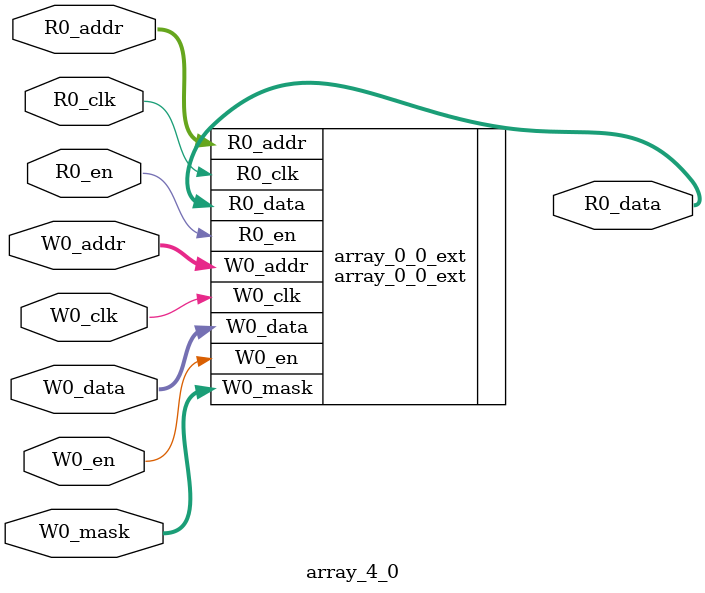
<source format=sv>
module array_4_0(	// @[generators/rocket-chip/src/main/scala/util/DescribedSRAM.scala:17:26]
  input  [7:0]   R0_addr,
  input          R0_en,
  input          R0_clk,
  output [127:0] R0_data,
  input  [7:0]   W0_addr,
  input          W0_en,
  input          W0_clk,
  input  [127:0] W0_data,
  input  [1:0]   W0_mask
);

  array_0_0_ext array_0_0_ext (	// @[generators/rocket-chip/src/main/scala/util/DescribedSRAM.scala:17:26]
    .R0_addr (R0_addr),
    .R0_en   (R0_en),
    .R0_clk  (R0_clk),
    .R0_data (R0_data),
    .W0_addr (W0_addr),
    .W0_en   (W0_en),
    .W0_clk  (W0_clk),
    .W0_data (W0_data),
    .W0_mask (W0_mask)
  );	// @[generators/rocket-chip/src/main/scala/util/DescribedSRAM.scala:17:26]
endmodule


</source>
